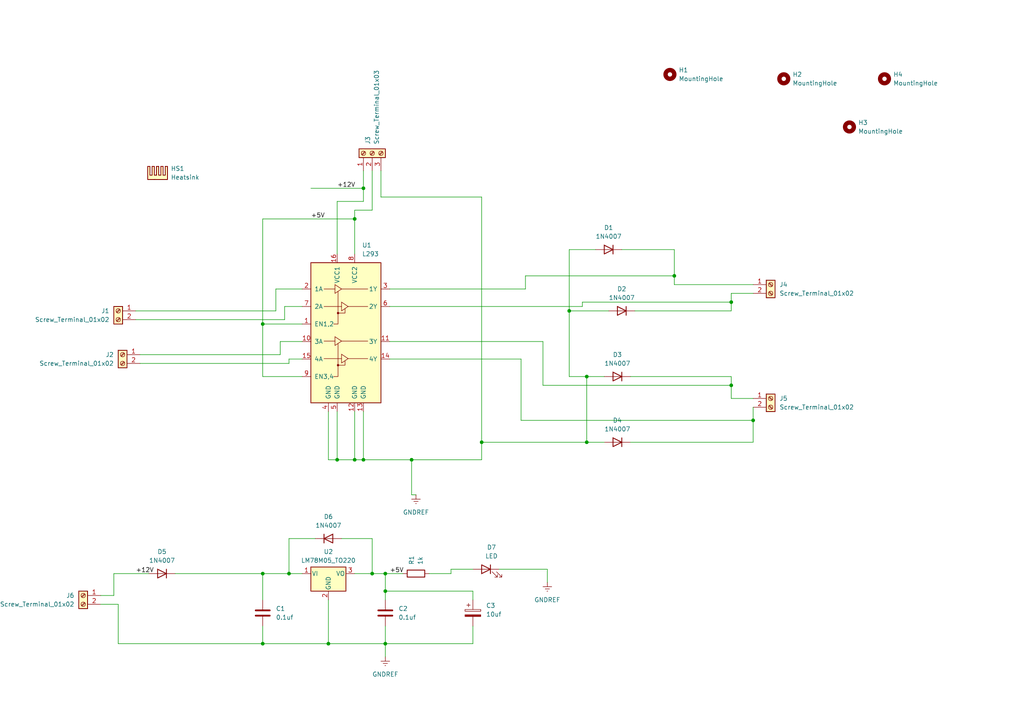
<source format=kicad_sch>
(kicad_sch (version 20250114) (generator "eeschema") (generator_version "9.0")
  (paper "A4")
  (lib_symbols
    (symbol "Connector:Screw_Terminal_01x02" (pin_names (offset 1.016) (hide yes))
      (property "Reference" "J" (at 0 2.54 0))
      (property "Value" "Screw_Terminal_01x02" (at 0 -5.08 0))
      (symbol "Screw_Terminal_01x02_1_1"
        (rectangle (start -1.27 1.27) (end 1.27 -3.81) (stroke (width 0.254)) (fill (type background)))
        (polyline (pts (xy -0.5334 0.3302) (xy 0.3302 -0.508)) (stroke (width 0.1524)))
        (polyline (pts (xy -0.5334 -2.2098) (xy 0.3302 -3.048)) (stroke (width 0.1524)))
        (polyline (pts (xy -0.3556 0.508) (xy 0.508 -0.3302)) (stroke (width 0.1524)))
        (polyline (pts (xy -0.3556 -2.032) (xy 0.508 -2.8702)) (stroke (width 0.1524)))
        (circle (center 0 0) (radius 0.635) (stroke (width 0.1524)))
        (circle (center 0 -2.54) (radius 0.635) (stroke (width 0.1524)))
        (pin passive line (at -5.08 0 0) (length 3.81) (name "Pin_1") (number "1"))
        (pin passive line (at -5.08 -2.54 0) (length 3.81) (name "Pin_2") (number "2"))
      )
    )
    (symbol "Connector:Screw_Terminal_01x03" (pin_names (offset 1.016) (hide yes))
      (property "Reference" "J" (at 0 5.08 0))
      (property "Value" "Screw_Terminal_01x03" (at 0 -5.08 0))
      (symbol "Screw_Terminal_01x03_1_1"
        (rectangle (start -1.27 3.81) (end 1.27 -3.81) (stroke (width 0.254)) (fill (type background)))
        (polyline (pts (xy -0.5334 2.8702) (xy 0.3302 2.032)) (stroke (width 0.1524)))
        (polyline (pts (xy -0.5334 0.3302) (xy 0.3302 -0.508)) (stroke (width 0.1524)))
        (polyline (pts (xy -0.5334 -2.2098) (xy 0.3302 -3.048)) (stroke (width 0.1524)))
        (polyline (pts (xy -0.3556 3.048) (xy 0.508 2.2098)) (stroke (width 0.1524)))
        (polyline (pts (xy -0.3556 0.508) (xy 0.508 -0.3302)) (stroke (width 0.1524)))
        (polyline (pts (xy -0.3556 -2.032) (xy 0.508 -2.8702)) (stroke (width 0.1524)))
        (circle (center 0 2.54) (radius 0.635) (stroke (width 0.1524)))
        (circle (center 0 0) (radius 0.635) (stroke (width 0.1524)))
        (circle (center 0 -2.54) (radius 0.635) (stroke (width 0.1524)))
        (pin passive line (at -5.08 2.54 0) (length 3.81) (name "Pin_1") (number "1"))
        (pin passive line (at -5.08 0 0) (length 3.81) (name "Pin_2") (number "2"))
        (pin passive line (at -5.08 -2.54 0) (length 3.81) (name "Pin_3") (number "3"))
      )
    )
    (symbol "Device:C" (pin_numbers (hide yes)) (pin_names (offset 0.254))
      (property "Reference" "C" (at 0.635 2.54 0))
      (property "Value" "C" (at 0.635 -2.54 0))
      (symbol "C_0_1"
        (polyline (pts (xy -2.032 0.762) (xy 2.032 0.762)) (stroke (width 0.508)))
        (polyline (pts (xy -2.032 -0.762) (xy 2.032 -0.762)) (stroke (width 0.508)))
      )
      (symbol "C_1_1"
        (pin passive line (at 0 3.81 270) (length 2.794) (name "~") (number "1"))
        (pin passive line (at 0 -3.81 90) (length 2.794) (name "~") (number "2"))
      )
    )
    (symbol "Device:C_Polarized" (pin_numbers (hide yes)) (pin_names (offset 0.254))
      (property "Reference" "C" (at 0.635 2.54 0))
      (property "Value" "C_Polarized" (at 0.635 -2.54 0))
      (symbol "C_Polarized_0_1"
        (rectangle (start -2.286 0.508) (end 2.286 1.016))
        (polyline (pts (xy -1.778 2.286) (xy -0.762 2.286)))
        (polyline (pts (xy -1.27 2.794) (xy -1.27 1.778)))
        (rectangle (start 2.286 -0.508) (end -2.286 -1.016) (fill (type outline)))
      )
      (symbol "C_Polarized_1_1"
        (pin passive line (at 0 3.81 270) (length 2.794) (name "~") (number "1"))
        (pin passive line (at 0 -3.81 90) (length 2.794) (name "~") (number "2"))
      )
    )
    (symbol "Device:LED" (pin_numbers (hide yes)) (pin_names (offset 1.016) (hide yes))
      (property "Reference" "D" (at 0 2.54 0))
      (property "Value" "LED" (at 0 -2.54 0))
      (symbol "LED_0_1"
        (polyline (pts (xy -3.048 -0.762) (xy -4.572 -2.286) (xy -3.81 -2.286) (xy -4.572 -2.286) (xy -4.572 -1.524)))
        (polyline (pts (xy -1.778 -0.762) (xy -3.302 -2.286) (xy -2.54 -2.286) (xy -3.302 -2.286) (xy -3.302 -1.524)))
        (polyline (pts (xy -1.27 0) (xy 1.27 0)))
        (polyline (pts (xy -1.27 -1.27) (xy -1.27 1.27)) (stroke (width 0.254)))
        (polyline (pts (xy 1.27 -1.27) (xy 1.27 1.27) (xy -1.27 0) (xy 1.27 -1.27)) (stroke (width 0.254)))
      )
      (symbol "LED_1_1"
        (pin passive line (at -3.81 0 0) (length 2.54) (name "K") (number "1"))
        (pin passive line (at 3.81 0 180) (length 2.54) (name "A") (number "2"))
      )
    )
    (symbol "Device:R" (pin_numbers (hide yes)) (pin_names (offset 0))
      (property "Reference" "R" (at 2.032 0 90))
      (property "Value" "R" (at 0 0 90))
      (symbol "R_0_1"
        (rectangle (start -1.016 -2.54) (end 1.016 2.54) (stroke (width 0.254)))
      )
      (symbol "R_1_1"
        (pin passive line (at 0 3.81 270) (length 1.27) (name "~") (number "1"))
        (pin passive line (at 0 -3.81 90) (length 1.27) (name "~") (number "2"))
      )
    )
    (symbol "Diode:1N4007" (pin_numbers (hide yes)) (pin_names (hide yes))
      (property "Reference" "D" (at 0 2.54 0))
      (property "Value" "1N4007" (at 0 -2.54 0))
      (symbol "1N4007_0_1"
        (polyline (pts (xy -1.27 1.27) (xy -1.27 -1.27)) (stroke (width 0.254)))
        (polyline (pts (xy 1.27 1.27) (xy 1.27 -1.27) (xy -1.27 0) (xy 1.27 1.27)) (stroke (width 0.254)))
        (polyline (pts (xy 1.27 0) (xy -1.27 0)))
      )
      (symbol "1N4007_1_1"
        (pin passive line (at -3.81 0 0) (length 2.54) (name "K") (number "1"))
        (pin passive line (at 3.81 0 180) (length 2.54) (name "A") (number "2"))
      )
    )
    (symbol "Driver_Motor:L293" (pin_names (offset 1.016))
      (property "Reference" "U" (at -5.08 26.035 0))
      (property "Value" "L293" (at -5.08 24.13 0))
      (symbol "L293_0_1"
        (rectangle (start -10.16 22.86) (end 10.16 -17.78) (stroke (width 0.254)) (fill (type background)))
        (polyline (pts (xy -6.35 15.24) (xy -3.175 15.24)))
        (polyline (pts (xy -6.35 10.16) (xy -1.27 10.16)))
        (polyline (pts (xy -6.35 0.127) (xy -3.175 0.127)))
        (polyline (pts (xy -6.35 -4.953) (xy -1.27 -4.953)))
        (polyline (pts (xy -3.175 16.51) (xy -3.175 13.97) (xy -1.27 15.24) (xy -3.175 16.51)))
        (polyline (pts (xy -3.175 1.397) (xy -3.175 -1.143) (xy -1.27 0.127) (xy -3.175 1.397)))
        (polyline (pts (xy -2.286 14.478) (xy -2.286 5.08) (xy -3.556 5.08)))
        (circle (center -2.286 8.255) (radius 0.254) (fill (type outline)))
        (polyline (pts (xy -2.286 8.255) (xy -0.254 8.255) (xy -0.254 9.525)))
        (polyline (pts (xy -2.286 -0.635) (xy -2.286 -10.16) (xy -3.556 -10.16)))
        (circle (center -2.286 -6.858) (radius 0.254) (fill (type outline)))
        (polyline (pts (xy -2.286 -6.858) (xy -0.254 -6.858) (xy -0.254 -5.588)))
        (polyline (pts (xy -1.27 15.24) (xy 6.35 15.24)))
        (polyline (pts (xy -1.27 11.43) (xy -1.27 8.89) (xy 0.635 10.16) (xy -1.27 11.43)))
        (polyline (pts (xy -1.27 0.127) (xy 6.35 0.127)))
        (polyline (pts (xy -1.27 -3.683) (xy -1.27 -6.223) (xy 0.635 -4.953) (xy -1.27 -3.683)))
        (polyline (pts (xy 0.635 10.16) (xy 6.35 10.16)))
        (polyline (pts (xy 0.635 -4.953) (xy 6.35 -4.953)))
      )
      (symbol "L293_1_1"
        (pin input line (at -12.7 15.24 0) (length 2.54) (name "1A") (number "2"))
        (pin input line (at -12.7 10.16 0) (length 2.54) (name "2A") (number "7"))
        (pin input line (at -12.7 5.08 0) (length 2.54) (name "EN1,2") (number "1"))
        (pin input line (at -12.7 0 0) (length 2.54) (name "3A") (number "10"))
        (pin input line (at -12.7 -5.08 0) (length 2.54) (name "4A") (number "15"))
        (pin input line (at -12.7 -10.16 0) (length 2.54) (name "EN3,4") (number "9"))
        (pin power_in line (at -5.08 -20.32 90) (length 2.54) (name "GND") (number "4"))
        (pin power_in line (at -2.54 25.4 270) (length 2.54) (name "VCC1") (number "16"))
        (pin power_in line (at -2.54 -20.32 90) (length 2.54) (name "GND") (number "5"))
        (pin power_in line (at 2.54 25.4 270) (length 2.54) (name "VCC2") (number "8"))
        (pin power_in line (at 2.54 -20.32 90) (length 2.54) (name "GND") (number "12"))
        (pin power_in line (at 5.08 -20.32 90) (length 2.54) (name "GND") (number "13"))
        (pin output line (at 12.7 15.24 180) (length 2.54) (name "1Y") (number "3"))
        (pin output line (at 12.7 10.16 180) (length 2.54) (name "2Y") (number "6"))
        (pin output line (at 12.7 0 180) (length 2.54) (name "3Y") (number "11"))
        (pin output line (at 12.7 -5.08 180) (length 2.54) (name "4Y") (number "14"))
      )
    )
    (symbol "Mechanical:Heatsink" (pin_names (offset 1.016))
      (property "Reference" "HS" (at 0 5.08 0))
      (property "Value" "Heatsink" (at 0 -1.27 0))
      (symbol "Heatsink_0_1"
        (polyline (pts (xy -0.3302 1.27) (xy -0.9652 1.27) (xy -0.9652 3.81) (xy -1.6002 3.81) (xy -1.6002 1.27) (xy -2.2352 1.27) (xy -2.2352 3.81) (xy -2.8702 3.81) (xy -2.8702 0) (xy -0.9652 0)) (stroke (width 0.254)) (fill (type background)))
        (polyline (pts (xy -0.3302 1.27) (xy -0.3302 3.81) (xy 0.3048 3.81) (xy 0.3048 1.27) (xy 0.9398 1.27) (xy 0.9398 3.81) (xy 1.5748 3.81) (xy 1.5748 1.27) (xy 2.2098 1.27) (xy 2.2098 3.81) (xy 2.8448 3.81) (xy 2.8448 0) (xy -0.9652 0)) (stroke (width 0.254)) (fill (type background)))
      )
    )
    (symbol "Mechanical:MountingHole" (pin_names (offset 1.016)) (in_bom no)
      (property "Reference" "H" (at 0 5.08 0))
      (property "Value" "MountingHole" (at 0 3.175 0))
      (symbol "MountingHole_0_1"
        (circle (center 0 0) (radius 1.27) (stroke (width 1.27)))
      )
    )
    (symbol "Regulator_Linear:LM78M05_TO220" (pin_names (offset 0.254))
      (property "Reference" "U" (at -3.81 3.175 0))
      (property "Value" "LM78M05_TO220" (at 0 3.175 0))
      (symbol "LM78M05_TO220_0_1"
        (rectangle (start -5.08 1.905) (end 5.08 -5.08) (stroke (width 0.254)) (fill (type background)))
      )
      (symbol "LM78M05_TO220_1_1"
        (pin power_in line (at -7.62 0 0) (length 2.54) (name "VI") (number "1"))
        (pin power_in line (at 0 -7.62 90) (length 2.54) (name "GND") (number "2"))
        (pin power_out line (at 7.62 0 180) (length 2.54) (name "VO") (number "3"))
      )
    )
    (symbol "power:GNDREF" (power) (pin_numbers (hide yes)) (pin_names (offset 0) (hide yes))
      (property "Value" "GNDREF" (at 0 -3.81 0))
      (symbol "GNDREF_0_1"
        (polyline (pts (xy -0.635 -1.905) (xy 0.635 -1.905)))
        (polyline (pts (xy -0.127 -2.54) (xy 0.127 -2.54)))
        (polyline (pts (xy 0 -1.27) (xy 0 0)))
        (polyline (pts (xy 1.27 -1.27) (xy -1.27 -1.27)))
      )
      (symbol "GNDREF_1_1"
        (pin power_in line (at 0 0 270) (length 0) (name "~") (number "1"))
      )
    )
  )
  (junction (at 119.38 133.35))
  (junction (at 83.82 166.37))
  (junction (at 76.2 93.98))
  (junction (at 218.44 121.92))
  (junction (at 111.76 186.69))
  (junction (at 76.2 186.69))
  (junction (at 102.87 133.35))
  (junction (at 212.09 111.76))
  (junction (at 170.18 128.27))
  (junction (at 105.41 54.61))
  (junction (at 105.41 133.35))
  (junction (at 97.79 133.35))
  (junction (at 95.25 186.69))
  (junction (at 212.09 87.63))
  (junction (at 139.7 128.27))
  (junction (at 107.95 166.37))
  (junction (at 165.1 90.17))
  (junction (at 195.58 80.01))
  (junction (at 111.76 166.37))
  (junction (at 111.76 171.45))
  (junction (at 102.87 63.5))
  (junction (at 76.2 166.37))
  (junction (at 170.18 109.22))
  (wire (pts (xy 212.09 111.76) (xy 212.09 115.57)))
  (wire (pts (xy 87.63 109.22) (xy 76.2 109.22)))
  (wire (pts (xy 168.91 87.63) (xy 212.09 87.63)))
  (wire (pts (xy 195.58 82.55) (xy 195.58 80.01)))
  (wire (pts (xy 165.1 90.17) (xy 165.1 109.22)))
  (wire (pts (xy 82.55 88.9) (xy 87.63 88.9)))
  (wire (pts (xy 102.87 166.37) (xy 107.95 166.37)))
  (wire (pts (xy 212.09 115.57) (xy 218.44 115.57)))
  (wire (pts (xy 139.7 57.15) (xy 110.49 57.15)))
  (wire (pts (xy 151.13 104.14) (xy 151.13 121.92)))
  (wire (pts (xy 110.49 57.15) (xy 110.49 49.53)))
  (wire (pts (xy 107.95 156.21) (xy 107.95 166.37)))
  (wire (pts (xy 195.58 80.01) (xy 195.58 72.39)))
  (wire (pts (xy 218.44 118.11) (xy 218.44 121.92)))
  (wire (pts (xy 137.16 171.45) (xy 111.76 171.45)))
  (wire (pts (xy 111.76 171.45) (xy 111.76 173.99)))
  (wire (pts (xy 111.76 166.37) (xy 116.84 166.37)))
  (wire (pts (xy 218.44 121.92) (xy 218.44 128.27)))
  (wire (pts (xy 165.1 90.17) (xy 176.53 90.17)))
  (wire (pts (xy 170.18 109.22) (xy 170.18 128.27)))
  (wire (pts (xy 212.09 85.09) (xy 212.09 87.63)))
  (wire (pts (xy 34.29 186.69) (xy 76.2 186.69)))
  (wire (pts (xy 105.41 54.61) (xy 105.41 58.42)))
  (wire (pts (xy 105.41 58.42) (xy 97.79 58.42)))
  (wire (pts (xy 76.2 93.98) (xy 76.2 63.5)))
  (wire (pts (xy 113.03 104.14) (xy 151.13 104.14)))
  (wire (pts (xy 76.2 93.98) (xy 87.63 93.98)))
  (wire (pts (xy 76.2 63.5) (xy 102.87 63.5)))
  (wire (pts (xy 81.28 99.06) (xy 87.63 99.06)))
  (wire (pts (xy 113.03 99.06) (xy 157.48 99.06)))
  (wire (pts (xy 168.91 88.9) (xy 168.91 87.63)))
  (wire (pts (xy 218.44 85.09) (xy 212.09 85.09)))
  (wire (pts (xy 111.76 181.61) (xy 111.76 186.69)))
  (wire (pts (xy 139.7 133.35) (xy 139.7 128.27)))
  (wire (pts (xy 76.2 166.37) (xy 76.2 173.99)))
  (wire (pts (xy 97.79 133.35) (xy 102.87 133.35)))
  (wire (pts (xy 152.4 83.82) (xy 152.4 80.01)))
  (wire (pts (xy 102.87 60.96) (xy 102.87 63.5)))
  (wire (pts (xy 90.17 54.61) (xy 105.41 54.61)))
  (wire (pts (xy 39.37 92.71) (xy 82.55 92.71)))
  (wire (pts (xy 111.76 171.45) (xy 111.76 166.37)))
  (wire (pts (xy 218.44 128.27) (xy 182.88 128.27)))
  (wire (pts (xy 170.18 109.22) (xy 175.26 109.22)))
  (wire (pts (xy 34.29 175.26) (xy 34.29 186.69)))
  (wire (pts (xy 107.95 60.96) (xy 102.87 60.96)))
  (wire (pts (xy 151.13 121.92) (xy 218.44 121.92)))
  (wire (pts (xy 29.21 175.26) (xy 34.29 175.26)))
  (wire (pts (xy 105.41 119.38) (xy 105.41 133.35)))
  (wire (pts (xy 80.01 83.82) (xy 87.63 83.82)))
  (wire (pts (xy 102.87 133.35) (xy 105.41 133.35)))
  (wire (pts (xy 165.1 72.39) (xy 165.1 90.17)))
  (wire (pts (xy 97.79 58.42) (xy 97.79 73.66)))
  (wire (pts (xy 182.88 109.22) (xy 212.09 109.22)))
  (wire (pts (xy 95.25 173.99) (xy 95.25 186.69)))
  (wire (pts (xy 76.2 181.61) (xy 76.2 186.69)))
  (wire (pts (xy 113.03 88.9) (xy 168.91 88.9)))
  (wire (pts (xy 152.4 80.01) (xy 195.58 80.01)))
  (wire (pts (xy 172.72 72.39) (xy 165.1 72.39)))
  (wire (pts (xy 105.41 49.53) (xy 105.41 54.61)))
  (wire (pts (xy 139.7 128.27) (xy 139.7 57.15)))
  (wire (pts (xy 218.44 82.55) (xy 195.58 82.55)))
  (wire (pts (xy 97.79 119.38) (xy 97.79 133.35)))
  (wire (pts (xy 82.55 92.71) (xy 82.55 88.9)))
  (wire (pts (xy 39.37 90.17) (xy 80.01 90.17)))
  (wire (pts (xy 83.82 166.37) (xy 87.63 166.37)))
  (wire (pts (xy 83.82 166.37) (xy 83.82 156.21)))
  (wire (pts (xy 111.76 190.5) (xy 111.76 186.69)))
  (wire (pts (xy 40.64 102.87) (xy 81.28 102.87)))
  (wire (pts (xy 107.95 166.37) (xy 111.76 166.37)))
  (wire (pts (xy 111.76 186.69) (xy 137.16 186.69)))
  (wire (pts (xy 105.41 133.35) (xy 119.38 133.35)))
  (wire (pts (xy 102.87 63.5) (xy 102.87 73.66)))
  (wire (pts (xy 95.25 186.69) (xy 111.76 186.69)))
  (wire (pts (xy 119.38 133.35) (xy 139.7 133.35)))
  (wire (pts (xy 76.2 166.37) (xy 83.82 166.37)))
  (wire (pts (xy 99.06 156.21) (xy 107.95 156.21)))
  (wire (pts (xy 81.28 102.87) (xy 81.28 99.06)))
  (wire (pts (xy 95.25 119.38) (xy 95.25 133.35)))
  (wire (pts (xy 119.38 143.51) (xy 120.65 143.51)))
  (wire (pts (xy 76.2 186.69) (xy 95.25 186.69)))
  (wire (pts (xy 144.78 165.1) (xy 158.75 165.1)))
  (wire (pts (xy 157.48 111.76) (xy 212.09 111.76)))
  (wire (pts (xy 157.48 99.06) (xy 157.48 111.76)))
  (wire (pts (xy 33.02 166.37) (xy 43.18 166.37)))
  (wire (pts (xy 212.09 87.63) (xy 212.09 90.17)))
  (wire (pts (xy 165.1 109.22) (xy 170.18 109.22)))
  (wire (pts (xy 184.15 90.17) (xy 212.09 90.17)))
  (wire (pts (xy 119.38 133.35) (xy 119.38 143.51)))
  (wire (pts (xy 175.26 128.27) (xy 170.18 128.27)))
  (wire (pts (xy 83.82 105.41) (xy 83.82 104.14)))
  (wire (pts (xy 130.81 165.1) (xy 137.16 165.1)))
  (wire (pts (xy 76.2 109.22) (xy 76.2 93.98)))
  (wire (pts (xy 113.03 83.82) (xy 152.4 83.82)))
  (wire (pts (xy 158.75 165.1) (xy 158.75 168.91)))
  (wire (pts (xy 124.46 166.37) (xy 130.81 166.37)))
  (wire (pts (xy 95.25 133.35) (xy 97.79 133.35)))
  (wire (pts (xy 107.95 49.53) (xy 107.95 60.96)))
  (wire (pts (xy 137.16 173.99) (xy 137.16 171.45)))
  (wire (pts (xy 40.64 105.41) (xy 83.82 105.41)))
  (wire (pts (xy 83.82 156.21) (xy 91.44 156.21)))
  (wire (pts (xy 80.01 83.82) (xy 80.01 90.17)))
  (wire (pts (xy 29.21 172.72) (xy 33.02 172.72)))
  (wire (pts (xy 137.16 186.69) (xy 137.16 181.61)))
  (wire (pts (xy 102.87 119.38) (xy 102.87 133.35)))
  (wire (pts (xy 195.58 72.39) (xy 180.34 72.39)))
  (wire (pts (xy 83.82 104.14) (xy 87.63 104.14)))
  (wire (pts (xy 130.81 166.37) (xy 130.81 165.1)))
  (wire (pts (xy 212.09 109.22) (xy 212.09 111.76)))
  (wire (pts (xy 33.02 172.72) (xy 33.02 166.37)))
  (wire (pts (xy 170.18 128.27) (xy 139.7 128.27)))
  (wire (pts (xy 50.8 166.37) (xy 76.2 166.37)))
  (label "+12V" (at 39.37 166.37 0))
  (label "+5V" (at 113.03 166.37 0))
  (label "+5V" (at 90.17 63.5 0))
  (label "+12V" (at 97.79 54.61 0))
  (symbol (lib_id "Device:C_Polarized") (at 137.16 177.8 0) (unit 1)
    (property "Reference" "C3" (at 140.97 175.6409 0) (effects (justify left)))
    (property "Value" "10uf" (at 140.97 178.1809 0) (effects (justify left)))
    (property "Footprint" "Capacitor_THT:CP_Radial_D5.0mm_P2.00mm" (effects (hide yes)))
    (property "Description" "Polarized capacitor" (effects (hide yes)))
  )
  (symbol (lib_id "Mechanical:MountingHole") (at 256.54 22.86 0) (unit 1) (in_bom no)
    (property "Reference" "H4" (at 259.08 21.5899 0) (effects (justify left)))
    (property "Value" "MountingHole" (at 259.08 24.1299 0) (effects (justify left)))
    (property "Footprint" "MountingHole:MountingHole_4mm_Pad" (effects (hide yes)))
    (property "Description" "Mounting Hole without connection" (effects (hide yes)))
  )
  (symbol (lib_id "Mechanical:MountingHole") (at 246.38 36.83 0) (unit 1) (in_bom no)
    (property "Reference" "H3" (at 248.92 35.5599 0) (effects (justify left)))
    (property "Value" "MountingHole" (at 248.92 38.0999 0) (effects (justify left)))
    (property "Footprint" "MountingHole:MountingHole_4mm_Pad" (effects (hide yes)))
    (property "Description" "Mounting Hole without connection" (effects (hide yes)))
  )
  (symbol (lib_id "power:GNDREF") (at 111.76 190.5 0) (unit 1)
    (property "Reference" "#PWR02" (effects (hide yes)))
    (property "Value" "GNDREF" (at 111.76 195.58 0))
    (property "Description" "Power symbol creates a global label with name \"GNDREF\" , reference supply ground" (effects (hide yes)))
  )
  (symbol (lib_id "Mechanical:MountingHole") (at 227.33 22.86 0) (unit 1) (in_bom no)
    (property "Reference" "H2" (at 229.87 21.5899 0) (effects (justify left)))
    (property "Value" "MountingHole" (at 229.87 24.1299 0) (effects (justify left)))
    (property "Footprint" "MountingHole:MountingHole_4mm_Pad" (effects (hide yes)))
    (property "Description" "Mounting Hole without connection" (effects (hide yes)))
  )
  (symbol (lib_id "Diode:1N4007") (at 46.99 166.37 0) (mirror y) (unit 1)
    (property "Reference" "D5" (at 46.99 160.02 0))
    (property "Value" "1N4007" (at 46.99 162.56 0))
    (property "Footprint" "Diode_THT:D_DO-41_SOD81_P10.16mm_Horizontal" (effects (hide yes)))
    (property "Datasheet" "http://www.vishay.com/docs/88503/1n4001.pdf" (effects (hide yes)))
    (property "Description" "1000V 1A General Purpose Rectifier Diode, DO-41" (effects (hide yes)))
    (property "Sim.Device" "D" (effects (hide yes)))
    (property "Sim.Pins" "1=K 2=A" (effects (hide yes)))
  )
  (symbol (lib_id "power:GNDREF") (at 158.75 168.91 0) (unit 1)
    (property "Reference" "#PWR03" (effects (hide yes)))
    (property "Value" "GNDREF" (at 158.75 173.99 0))
    (property "Description" "Power symbol creates a global label with name \"GNDREF\" , reference supply ground" (effects (hide yes)))
  )
  (symbol (lib_id "Device:LED") (at 140.97 165.1 0) (mirror y) (unit 1)
    (property "Reference" "D7" (at 142.5575 158.75 0))
    (property "Value" "LED" (at 142.5575 161.29 0))
    (property "Footprint" "LED_THT:LED_D5.0mm" (effects (hide yes)))
    (property "Description" "Light emitting diode" (effects (hide yes)))
    (property "Sim.Pins" "1=K 2=A" (effects (hide yes)))
  )
  (symbol (lib_id "Device:C") (at 111.76 177.8 0) (unit 1)
    (property "Reference" "C2" (at 115.57 176.5299 0) (effects (justify left)))
    (property "Value" "0.1uf" (at 115.57 179.0699 0) (effects (justify left)))
    (property "Footprint" "Capacitor_THT:C_Disc_D5.0mm_W2.5mm_P2.50mm" (effects (hide yes)))
    (property "Description" "Unpolarized capacitor" (effects (hide yes)))
  )
  (symbol (lib_id "Connector:Screw_Terminal_01x02") (at 34.29 90.17 0) (mirror y) (unit 1)
    (property "Reference" "J1" (at 31.75 90.1699 0) (effects (justify left)))
    (property "Value" "Screw_Terminal_01x02" (at 31.75 92.7099 0) (effects (justify left)))
    (property "Footprint" "TerminalBlock_Altech:Altech_AK100_1x02_P5.00mm" (effects (hide yes)))
    (property "Description" "Generic screw terminal, single row, 01x02, script generated (kicad-library-utils/schlib/autogen/connector/)" (effects (hide yes)))
  )
  (symbol (lib_id "Connector:Screw_Terminal_01x02") (at 223.52 82.55 0) (unit 1)
    (property "Reference" "J4" (at 226.06 82.5499 0) (effects (justify left)))
    (property "Value" "Screw_Terminal_01x02" (at 226.06 85.0899 0) (effects (justify left)))
    (property "Footprint" "TerminalBlock_Altech:Altech_AK100_1x02_P5.00mm" (effects (hide yes)))
    (property "Description" "Generic screw terminal, single row, 01x02, script generated (kicad-library-utils/schlib/autogen/connector/)" (effects (hide yes)))
  )
  (symbol (lib_id "Connector:Screw_Terminal_01x02") (at 24.13 172.72 0) (mirror y) (unit 1)
    (property "Reference" "J6" (at 21.59 172.7199 0) (effects (justify left)))
    (property "Value" "Screw_Terminal_01x02" (at 21.59 175.2599 0) (effects (justify left)))
    (property "Footprint" "TerminalBlock_Altech:Altech_AK100_1x02_P5.00mm" (effects (hide yes)))
    (property "Description" "Generic screw terminal, single row, 01x02, script generated (kicad-library-utils/schlib/autogen/connector/)" (effects (hide yes)))
  )
  (symbol (lib_id "Driver_Motor:L293") (at 100.33 99.06 0) (unit 1)
    (property "Reference" "U1" (at 105.0133 71.12 0) (effects (justify left)))
    (property "Value" "L293" (at 105.0133 73.66 0) (effects (justify left)))
    (property "Footprint" "Package_DIP:DIP-16_W7.62mm" (effects (hide yes)))
    (property "Datasheet" "http://www.ti.com/lit/ds/symlink/l293.pdf" (effects (hide yes)))
    (property "Description" "Quadruple Half-H Drivers" (effects (hide yes)))
  )
  (symbol (lib_id "Device:C") (at 76.2 177.8 0) (unit 1)
    (property "Reference" "C1" (at 80.01 176.5299 0) (effects (justify left)))
    (property "Value" "0.1uf" (at 80.01 179.0699 0) (effects (justify left)))
    (property "Footprint" "Capacitor_THT:C_Disc_D5.0mm_W2.5mm_P2.50mm" (effects (hide yes)))
    (property "Description" "Unpolarized capacitor" (effects (hide yes)))
  )
  (symbol (lib_id "Diode:1N4007") (at 95.25 156.21 0) (unit 1)
    (property "Reference" "D6" (at 95.25 149.86 0))
    (property "Value" "1N4007" (at 95.25 152.4 0))
    (property "Footprint" "Diode_THT:D_DO-41_SOD81_P10.16mm_Horizontal" (effects (hide yes)))
    (property "Datasheet" "http://www.vishay.com/docs/88503/1n4001.pdf" (effects (hide yes)))
    (property "Description" "1000V 1A General Purpose Rectifier Diode, DO-41" (effects (hide yes)))
    (property "Sim.Device" "D" (effects (hide yes)))
    (property "Sim.Pins" "1=K 2=A" (effects (hide yes)))
  )
  (symbol (lib_id "Connector:Screw_Terminal_01x03") (at 107.95 44.45 90) (unit 1)
    (property "Reference" "J3" (at 106.6799 41.91 0) (effects (justify left)))
    (property "Value" "Screw_Terminal_01x03" (at 109.2199 41.91 0) (effects (justify left)))
    (property "Footprint" "TerminalBlock_Altech:Altech_AK100_1x03_P5.00mm" (effects (hide yes)))
    (property "Description" "Generic screw terminal, single row, 01x03, script generated (kicad-library-utils/schlib/autogen/connector/)" (effects (hide yes)))
  )
  (symbol (lib_id "Mechanical:Heatsink") (at 45.72 52.07 0) (unit 1)
    (property "Reference" "HS1" (at 49.53 48.8949 0) (effects (justify left)))
    (property "Value" "Heatsink" (at 49.53 51.4349 0) (effects (justify left)))
    (property "Footprint" "Heatsink:Heatsink_Fischer_SK104-STCB_35x13mm__2xDrill3.5mm_ScrewM3" (effects (hide yes)))
    (property "Description" "Heatsink" (effects (hide yes)))
  )
  (symbol (lib_id "Diode:1N4007") (at 176.53 72.39 0) (mirror y) (unit 1)
    (property "Reference" "D1" (at 176.53 66.04 0))
    (property "Value" "1N4007" (at 176.53 68.58 0))
    (property "Footprint" "Diode_THT:D_DO-41_SOD81_P10.16mm_Horizontal" (effects (hide yes)))
    (property "Datasheet" "http://www.vishay.com/docs/88503/1n4001.pdf" (effects (hide yes)))
    (property "Description" "1000V 1A General Purpose Rectifier Diode, DO-41" (effects (hide yes)))
    (property "Sim.Device" "D" (effects (hide yes)))
    (property "Sim.Pins" "1=K 2=A" (effects (hide yes)))
  )
  (symbol (lib_id "Diode:1N4007") (at 180.34 90.17 0) (mirror y) (unit 1)
    (property "Reference" "D2" (at 180.34 83.82 0))
    (property "Value" "1N4007" (at 180.34 86.36 0))
    (property "Footprint" "Diode_THT:D_DO-41_SOD81_P10.16mm_Horizontal" (effects (hide yes)))
    (property "Datasheet" "http://www.vishay.com/docs/88503/1n4001.pdf" (effects (hide yes)))
    (property "Description" "1000V 1A General Purpose Rectifier Diode, DO-41" (effects (hide yes)))
    (property "Sim.Device" "D" (effects (hide yes)))
    (property "Sim.Pins" "1=K 2=A" (effects (hide yes)))
  )
  (symbol (lib_id "Diode:1N4007") (at 179.07 109.22 0) (mirror y) (unit 1)
    (property "Reference" "D3" (at 179.07 102.87 0))
    (property "Value" "1N4007" (at 179.07 105.41 0))
    (property "Footprint" "Diode_THT:D_DO-41_SOD81_P10.16mm_Horizontal" (effects (hide yes)))
    (property "Datasheet" "http://www.vishay.com/docs/88503/1n4001.pdf" (effects (hide yes)))
    (property "Description" "1000V 1A General Purpose Rectifier Diode, DO-41" (effects (hide yes)))
    (property "Sim.Device" "D" (effects (hide yes)))
    (property "Sim.Pins" "1=K 2=A" (effects (hide yes)))
  )
  (symbol (lib_id "Diode:1N4007") (at 179.07 128.27 0) (mirror y) (unit 1)
    (property "Reference" "D4" (at 179.07 121.92 0))
    (property "Value" "1N4007" (at 179.07 124.46 0))
    (property "Footprint" "Diode_THT:D_DO-41_SOD81_P10.16mm_Horizontal" (effects (hide yes)))
    (property "Datasheet" "http://www.vishay.com/docs/88503/1n4001.pdf" (effects (hide yes)))
    (property "Description" "1000V 1A General Purpose Rectifier Diode, DO-41" (effects (hide yes)))
    (property "Sim.Device" "D" (effects (hide yes)))
    (property "Sim.Pins" "1=K 2=A" (effects (hide yes)))
  )
  (symbol (lib_id "Connector:Screw_Terminal_01x02") (at 35.56 102.87 0) (mirror y) (unit 1)
    (property "Reference" "J2" (at 33.02 102.8699 0) (effects (justify left)))
    (property "Value" "Screw_Terminal_01x02" (at 33.02 105.4099 0) (effects (justify left)))
    (property "Footprint" "TerminalBlock_Altech:Altech_AK100_1x02_P5.00mm" (effects (hide yes)))
    (property "Description" "Generic screw terminal, single row, 01x02, script generated (kicad-library-utils/schlib/autogen/connector/)" (effects (hide yes)))
  )
  (symbol (lib_id "Regulator_Linear:LM78M05_TO220") (at 95.25 166.37 0) (unit 1)
    (property "Reference" "U2" (at 95.25 160.02 0))
    (property "Value" "LM78M05_TO220" (at 95.25 162.56 0))
    (property "Footprint" "Package_TO_SOT_THT:TO-220-3_Vertical" (effects (hide yes)))
    (property "Datasheet" "https://www.onsemi.com/pub/Collateral/MC78M00-D.PDF" (effects (hide yes)))
    (property "Description" "Positive 500mA 35V Linear Regulator, Fixed Output 5V, TO-220" (effects (hide yes)))
  )
  (symbol (lib_id "Device:R") (at 120.65 166.37 90) (unit 1)
    (property "Reference" "R1" (at 119.3799 163.83 0) (effects (justify left)))
    (property "Value" "1k" (at 121.9199 163.83 0) (effects (justify left)))
    (property "Footprint" "Resistor_THT:R_Axial_DIN0207_L6.3mm_D2.5mm_P10.16mm_Horizontal" (effects (hide yes)))
    (property "Description" "Resistor" (effects (hide yes)))
  )
  (symbol (lib_id "Mechanical:MountingHole") (at 194.31 21.59 0) (unit 1) (in_bom no)
    (property "Reference" "H1" (at 196.85 20.3199 0) (effects (justify left)))
    (property "Value" "MountingHole" (at 196.85 22.8599 0) (effects (justify left)))
    (property "Footprint" "MountingHole:MountingHole_4mm_Pad" (effects (hide yes)))
    (property "Description" "Mounting Hole without connection" (effects (hide yes)))
  )
  (symbol (lib_id "Connector:Screw_Terminal_01x02") (at 223.52 115.57 0) (unit 1)
    (property "Reference" "J5" (at 226.06 115.5699 0) (effects (justify left)))
    (property "Value" "Screw_Terminal_01x02" (at 226.06 118.1099 0) (effects (justify left)))
    (property "Footprint" "TerminalBlock_Altech:Altech_AK100_1x02_P5.00mm" (effects (hide yes)))
    (property "Description" "Generic screw terminal, single row, 01x02, script generated (kicad-library-utils/schlib/autogen/connector/)" (effects (hide yes)))
  )
  (symbol (lib_id "power:GNDREF") (at 120.65 143.51 0) (unit 1)
    (property "Reference" "#PWR01" (effects (hide yes)))
    (property "Value" "GNDREF" (at 120.65 148.59 0))
    (property "Description" "Power symbol creates a global label with name \"GNDREF\" , reference supply ground" (effects (hide yes)))
  )
)
</source>
